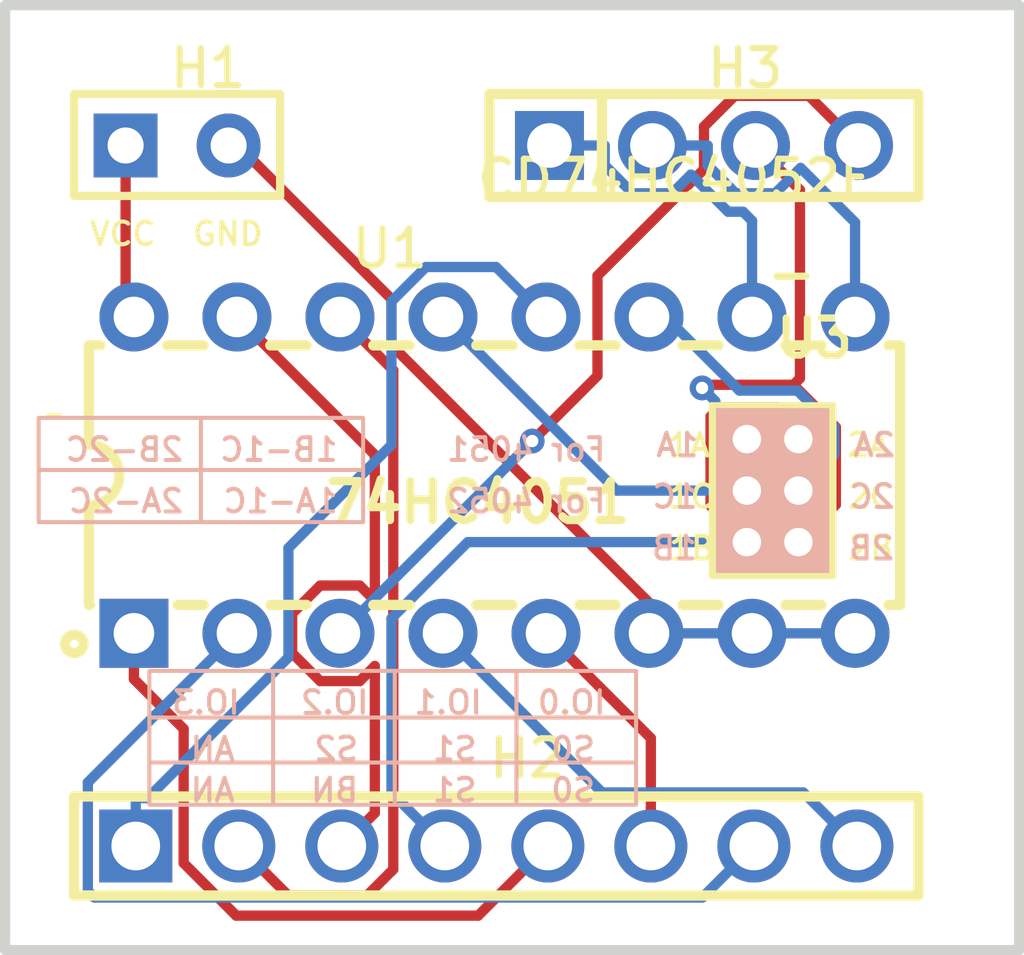
<source format=kicad_pcb>
(kicad_pcb (version 20241229) (generator "pcbnew") (generator_version "9.0")
  (layers (0 "F.Cu" signal "TopLayer") (2 "B.Cu" signal "BottomLayer") (13 "F.Paste" user "TopPasteMaskLayer") (15 "B.Paste" user "BottomPasteMaskLayer") (5 "F.SilkS" user "TopSilkLayer") (7 "B.SilkS" user "BottomSilkLayer") (1 "F.Mask" user "TopSolderMaskLayer") (3 "B.Mask" user "BottomSolderMaskLayer") (25 "Edge.Cuts" user "BoardOutLine"))
  (net 0 "")
  (net 1 "A1Y3")
  (net 2 "IO_0")
  (net 3 "IO_1")
  (net 4 "A1Y0")
  (net 5 "A2Y2")
  (net 6 "A2Y3")
  (net 7 "IO_3")
  (net 8 "SW2C")
  (net 9 "SW1C")
  (net 10 "GND")
  (net 11 "IO_2")
  (net 12 "A2Y0")
  (net 13 "VCC")
  (net 14 "A1Y1")
  (net 15 "A1Y2")
  (net 16 "A2Y1")
  (footprint "BackupProjects_akowalczyk1022_personal_1_20251121:PDIP-16_L19.7-W6.6-P2.54-LS7.8-BL" (layer "F.Cu") (at 152.065 108.288)
    (property "Reference" "U1" (at -3.601 -6.1214 0) (layer "F.SilkS") (effects (font (size 0.9144 0.9144) (thickness 0.1524)) (justify left top)))
    (property "Value" "CD74HC4052E" (at -0.508 -7.8364 0) (layer "F.SilkS") (effects (font (size 0.9144 0.9144) (thickness 0.1524)) (justify left top)))
    (fp_line (start -10 -3.2) (end -10 -0.75) (stroke (width 0.254)) (layer "F.SilkS"))
    (fp_line (start -10 -3.2) (end -9.7131 -3.2) (stroke (width 0.254)) (layer "F.SilkS"))
    (fp_line (start -10 3.2) (end -10 0.75) (stroke (width 0.254)) (layer "F.SilkS"))
    (fp_line (start -10 3.2) (end -9.9711 3.2) (stroke (width 0.254)) (layer "F.SilkS"))
    (fp_line (start -8.0669 -3.2) (end -7.1731 -3.2) (stroke (width 0.254)) (layer "F.SilkS"))
    (fp_line (start -7.8088 3.2) (end -7.1731 3.2) (stroke (width 0.254)) (layer "F.SilkS"))
    (fp_line (start -5.5269 -3.2) (end -4.6331 -3.2) (stroke (width 0.254)) (layer "F.SilkS"))
    (fp_line (start -5.5269 3.2) (end -4.6331 3.2) (stroke (width 0.254)) (layer "F.SilkS"))
    (fp_line (start -2.9869 -3.2) (end -2.0931 -3.2) (stroke (width 0.254)) (layer "F.SilkS"))
    (fp_line (start -2.9869 3.2) (end -2.0931 3.2) (stroke (width 0.254)) (layer "F.SilkS"))
    (fp_line (start -0.4469 -3.2) (end 0.4469 -3.2) (stroke (width 0.254)) (layer "F.SilkS"))
    (fp_line (start -0.4469 3.2) (end 0.4469 3.2) (stroke (width 0.254)) (layer "F.SilkS"))
    (fp_line (start 2.0931 -3.2) (end 2.9869 -3.2) (stroke (width 0.254)) (layer "F.SilkS"))
    (fp_line (start 2.0931 3.2) (end 2.9869 3.2) (stroke (width 0.254)) (layer "F.SilkS"))
    (fp_line (start 4.6331 -3.2) (end 5.5269 -3.2) (stroke (width 0.254)) (layer "F.SilkS"))
    (fp_line (start 4.6331 3.2) (end 5.5269 3.2) (stroke (width 0.254)) (layer "F.SilkS"))
    (fp_line (start 7.1731 -3.2) (end 8.0669 -3.2) (stroke (width 0.254)) (layer "F.SilkS"))
    (fp_line (start 7.1731 3.2) (end 8.0669 3.2) (stroke (width 0.254)) (layer "F.SilkS"))
    (fp_line (start 9.7131 -3.2) (end 10 -3.2) (stroke (width 0.254)) (layer "F.SilkS"))
    (fp_line (start 9.7131 3.2) (end 10 3.2) (stroke (width 0.254)) (layer "F.SilkS"))
    (fp_line (start 10 -3.2) (end 10 3.2) (stroke (width 0.254)) (layer "F.SilkS"))
    (fp_arc (start -10 -0.75) (mid -9.2506 -0.0006) (end -10 0.7488) (stroke (width 0.254)) (layer "F.SilkS"))
    (fp_circle (center -10.3599 4.16) (end -10.2598 4.16) (stroke (width 0.254)) (fill no) (layer "F.SilkS"))
    (pad "1" thru_hole rect (at -8.89 3.8999 90) (size 1.7 1.7) (drill 1) (layers "*.Cu" "*.Mask") (net 12 "A2Y0"))
    (pad "2" thru_hole oval (at -6.35 3.8999 90) (size 1.7 1.7) (drill 1) (layers "*.Cu" "*.Mask") (net 5 "A2Y2"))
    (pad "3" thru_hole oval (at -3.81 3.8999 90) (size 1.7 1.7) (drill 1) (layers "*.Cu" "*.Mask") (net 7 "IO_3"))
    (pad "4" thru_hole oval (at -1.27 3.8999 90) (size 1.7 1.7) (drill 1) (layers "*.Cu" "*.Mask") (net 6 "A2Y3"))
    (pad "5" thru_hole oval (at 1.27 3.8999 90) (size 1.7 1.7) (drill 1) (layers "*.Cu" "*.Mask") (net 16 "A2Y1"))
    (pad "6" thru_hole oval (at 3.81 3.8999 90) (size 1.7 1.7) (drill 1) (layers "*.Cu" "*.Mask") (net 10 "GND"))
    (pad "7" thru_hole oval (at 6.35 3.8999 90) (size 1.7 1.7) (drill 1) (layers "*.Cu" "*.Mask") (net 10 "GND"))
    (pad "8" thru_hole oval (at 8.89 3.8999 90) (size 1.7 1.7) (drill 1) (layers "*.Cu" "*.Mask") (net 10 "GND"))
    (pad "9" thru_hole oval (at 8.89 -3.8999 90) (size 1.7 1.7) (drill 1) (layers "*.Cu" "*.Mask") (net 3 "IO_1"))
    (pad "10" thru_hole oval (at 6.35 -3.8999 90) (size 1.7 1.7) (drill 1) (layers "*.Cu" "*.Mask") (net 2 "IO_0"))
    (pad "11" thru_hole oval (at 3.81 -3.8999 90) (size 1.7 1.7) (drill 1) (layers "*.Cu" "*.Mask") (net 8 "SW2C"))
    (pad "12" thru_hole oval (at 1.27 -3.8999 90) (size 1.7 1.7) (drill 1) (layers "*.Cu" "*.Mask") (net 4 "A1Y0"))
    (pad "13" thru_hole oval (at -1.27 -3.8999 90) (size 1.7 1.7) (drill 1) (layers "*.Cu" "*.Mask") (net 9 "SW1C"))
    (pad "14" thru_hole oval (at -3.81 -3.8999 90) (size 1.7 1.7) (drill 1) (layers "*.Cu" "*.Mask") (net 14 "A1Y1"))
    (pad "15" thru_hole oval (at -6.35 -3.8999 90) (size 1.7 1.7) (drill 1) (layers "*.Cu" "*.Mask") (net 15 "A1Y2"))
    (pad "16" thru_hole oval (at -8.89 -3.8999 90) (size 1.7 1.7) (drill 1) (layers "*.Cu" "*.Mask") (net 13 "VCC"))
  )
  (footprint "" (layer "F.Cu") (at 160.1681 107.4572)
    (property "Reference" "U3" (at -1.2454 -3.0775 0) (layer "F.SilkS") (effects (font (size 0.9144 0.9144) (thickness 0.1778)) (justify left top)))
    (property "Value" "_" (at -1.2454 -5.1095 0) (layer "F.SilkS") (effects (font (size 0.9144 0.9144) (thickness 0.1778)) (justify left top)))
    (fp_line (start -2.7452 -0.8931) (end 0.2548 -0.8931) (stroke (width 0.15)) (layer "F.SilkS"))
    (fp_line (start -2.7452 3.317) (end -2.7452 -0.8931) (stroke (width 0.15)) (layer "F.SilkS"))
    (fp_line (start 0.2548 -0.8931) (end 0.2548 3.317) (stroke (width 0.15)) (layer "F.SilkS"))
    (fp_line (start 0.2548 3.317) (end -2.7452 3.317) (stroke (width 0.15)) (layer "F.SilkS"))
    (pad "1" thru_hole rect (at -1.8801 -0.0582 270) (size 1 1) (drill 0.7) (layers "*.Cu" "*.Mask") (net 11 "IO_2"))
    (pad "2" thru_hole oval (at -0.6099 -0.0582 270) (size 1 1) (drill 0.7) (layers "*.Cu" "*.Mask") (net 1 "A1Y3"))
    (pad "3" thru_hole oval (at -1.8799 1.2118 270) (size 1 1) (drill 0.7) (layers "*.Cu" "*.Mask") (net 9 "SW1C"))
    (pad "4" thru_hole oval (at -0.6099 1.2118 270) (size 1 1) (drill 0.7) (layers "*.Cu" "*.Mask") (net 8 "SW2C"))
    (pad "5" thru_hole oval (at -1.8799 2.4818 270) (size 1 1) (drill 0.7) (layers "*.Cu" "*.Mask") (net 1 "A1Y3"))
    (pad "6" thru_hole oval (at -0.6099 2.4818 270) (size 1 1) (drill 0.7) (layers "*.Cu" "*.Mask") (net 11 "IO_2"))
  )
  (footprint "BackupProjects_akowalczyk1022_personal_1_20251121:HDR-TH_4P-P2.54-V-F" (layer "F.Cu") (at 157.23 100.16)
    (property "Reference" "H3" (at 0.0001 -2.4384 0) (layer "F.SilkS") (effects (font (size 0.9144 0.9144) (thickness 0.1524)) (justify left top)))
    (property "Value" "2.54-1*4P母" (hide yes))
    (fp_line (start -5.29 -1.27) (end -5.29 1.27) (stroke (width 0.254)) (layer "F.SilkS"))
    (fp_line (start -5.29 -1.27) (end 5.29 -1.27) (stroke (width 0.254)) (layer "F.SilkS"))
    (fp_line (start -5.29 1.27) (end 5.29 1.27) (stroke (width 0.254)) (layer "F.SilkS"))
    (fp_line (start -2.5165 -1.27) (end -2.5165 1.27) (stroke (width 0.254)) (layer "F.SilkS"))
    (fp_line (start 5.29 -1.27) (end 5.29 1.27) (stroke (width 0.254)) (layer "F.SilkS"))
    (pad "1" thru_hole rect (at -3.8099 0) (size 1.7 1.7) (drill 1.1) (layers "*.Cu" "*.Mask") (net 2 "IO_0"))
    (pad "2" thru_hole oval (at -1.2699 0) (size 1.7 1.7) (drill 1.1) (layers "*.Cu" "*.Mask") (net 3 "IO_1"))
    (pad "3" thru_hole oval (at 1.2701 0) (size 1.7 1.7) (drill 1.1) (layers "*.Cu" "*.Mask") (net 11 "IO_2"))
    (pad "4" thru_hole oval (at 3.8101 0) (size 1.7 1.7) (drill 1.1) (layers "*.Cu" "*.Mask") (net 7 "IO_3"))
  )
  (footprint "BackupProjects_akowalczyk1022_personal_1_20251121:HDR-F-2.54_1X2" (layer "F.Cu") (at 144.24 100.16)
    (property "Reference" "H1" (at -0.254 -2.4384 0) (layer "F.SilkS") (effects (font (size 0.9144 0.9144) (thickness 0.1524)) (justify left top)))
    (property "Value" "HDR-F-2.54_1x2" (hide yes))
    (fp_line (start -2.54 -1.27) (end 2.54 -1.27) (stroke (width 0.2032)) (layer "F.SilkS"))
    (fp_line (start -2.54 1.2446) (end -2.54 -1.27) (stroke (width 0.2032)) (layer "F.SilkS"))
    (fp_line (start 2.54 -1.27) (end 2.54 1.2446) (stroke (width 0.2032)) (layer "F.SilkS"))
    (fp_line (start 2.54 1.2446) (end -2.54 1.2446) (stroke (width 0.2032)) (layer "F.SilkS"))
    (pad "1" thru_hole rect (at -1.27 0 270) (size 1.5748 1.5748) (drill 0.889) (layers "*.Cu" "*.Mask") (net 13 "VCC"))
    (pad "2" thru_hole oval (at 1.27 0 270) (size 1.5748 1.5748) (drill 0.889) (layers "*.Cu" "*.Mask") (net 10 "GND"))
  )
  (footprint "BackupProjects_akowalczyk1022_personal_1_20251121:HDR-TH_8P-P2.54-V-F-1" (layer "F.Cu") (at 152.11 117.432)
    (property "Reference" "H2" (at -0.254 -2.6924 0) (layer "F.SilkS") (effects (font (size 0.9144 0.9144) (thickness 0.1524)) (justify left top)))
    (property "Value" "Header-Female-2.54_1x8" (hide yes))
    (fp_line (start -10.41 -1.22) (end 10.41 -1.22) (stroke (width 0.254)) (layer "F.SilkS"))
    (fp_line (start -10.41 1.22) (end -10.41 -1.22) (stroke (width 0.254)) (layer "F.SilkS"))
    (fp_line (start 10.41 -1.22) (end 10.41 1.22) (stroke (width 0.254)) (layer "F.SilkS"))
    (fp_line (start 10.41 1.22) (end -10.41 1.22) (stroke (width 0.254)) (layer "F.SilkS"))
    (pad "1" thru_hole rect (at -8.89 0) (size 1.8 1.8) (drill 1.2) (layers "*.Cu" "*.Mask") (net 4 "A1Y0"))
    (pad "2" thru_hole oval (at -6.35 0) (size 1.8 1.8) (drill 1.2) (layers "*.Cu" "*.Mask") (net 14 "A1Y1"))
    (pad "3" thru_hole oval (at -3.81 0) (size 1.8 1.8) (drill 1.2) (layers "*.Cu" "*.Mask") (net 15 "A1Y2"))
    (pad "4" thru_hole oval (at -1.27 0) (size 1.8 1.8) (drill 1.2) (layers "*.Cu" "*.Mask") (net 1 "A1Y3"))
    (pad "5" thru_hole oval (at 1.27 0) (size 1.8 1.8) (drill 1.2) (layers "*.Cu" "*.Mask") (net 12 "A2Y0"))
    (pad "6" thru_hole oval (at 3.81 0) (size 1.8 1.8) (drill 1.2) (layers "*.Cu" "*.Mask") (net 16 "A2Y1"))
    (pad "7" thru_hole oval (at 6.35 0) (size 1.8 1.8) (drill 1.2) (layers "*.Cu" "*.Mask") (net 5 "A2Y2"))
    (pad "8" thru_hole oval (at 8.89 0) (size 1.8 1.8) (drill 1.2) (layers "*.Cu" "*.Mask") (net 6 "A2Y3"))
  )
  (gr_rect (start 157.399 106.637) (end 160.447 110.701) (fill yes) (layer "F.SilkS"))
  (gr_rect (start 141.016 106.764) (end 141.397 106.891) (fill yes) (layer "F.SilkS"))
  (gr_rect (start 143.556 113.115) (end 155.556 116.415) (stroke (width 0.1)) (fill no) (layer "B.SilkS"))
  (gr_rect (start 152.556 113.115) (end 152.6561 116.415) (fill yes) (layer "B.SilkS"))
  (gr_rect (start 144.776 106.9111) (end 144.8761 109.4112) (fill yes) (layer "B.SilkS"))
  (gr_rect (start 157.526 106.637) (end 160.32 110.701) (fill yes) (layer "B.SilkS"))
  (gr_rect (start 143.556 114.2141) (end 155.556 114.3142) (fill yes) (layer "B.SilkS"))
  (gr_rect (start 143.556 115.3241) (end 155.556 115.4242) (fill yes) (layer "B.SilkS"))
  (gr_rect (start 140.826 106.876) (end 148.826 109.446) (stroke (width 0.1)) (fill no) (layer "B.SilkS"))
  (gr_rect (start 140.826 108.111) (end 148.826 108.2111) (fill yes) (layer "B.SilkS"))
  (gr_rect (start 149.556 113.115) (end 149.6561 116.415) (fill yes) (layer "B.SilkS"))
  (gr_rect (start 146.556 113.115) (end 146.6561 116.415) (fill yes) (layer "B.SilkS"))
  (gr_line (start 140 96.7) (end 165 96.7) (stroke (width 0.254)) (layer "Edge.Cuts"))
  (gr_line (start 165 120) (end 140 120) (stroke (width 0.254)) (layer "Edge.Cuts"))
  (gr_line (start 165 96.7) (end 165 120) (stroke (width 0.254)) (layer "Edge.Cuts"))
  (gr_line (start 140 120) (end 140 96.7) (stroke (width 0.254)) (layer "Edge.Cuts"))
  (gr_text "1A" (at 156.2878 107.22 0) (layer "F.SilkS") (effects (font (size 0.56 0.56) (thickness 0.1)) (justify left top)))
  (gr_text "1C" (at 156.3043 108.49 0) (layer "F.SilkS") (effects (font (size 0.56 0.56) (thickness 0.1)) (justify left top)))
  (gr_text "2A" (at 160.701 107.22 0) (layer "F.SilkS") (effects (font (size 0.56 0.56) (thickness 0.1)) (justify left top)))
  (gr_text "74HC4051" (at 147.8 108.4 0) (layer "F.SilkS") (effects (font (size 0.96 0.96) (thickness 0.2032)) (justify left top)))
  (gr_text "2B" (at 160.7315 109.76 0) (layer "F.SilkS") (effects (font (size 0.56 0.56) (thickness 0.1)) (justify left top)))
  (gr_text "GND" (at 144.572 102.013 0) (layer "F.SilkS") (effects (font (size 0.56 0.56) (thickness 0.1)) (justify left top)))
  (gr_text "VCC" (at 142.032 102.013 0) (layer "F.SilkS") (effects (font (size 0.56 0.56) (thickness 0.1)) (justify left top)))
  (gr_text "1B" (at 156.3195 109.76 0) (layer "F.SilkS") (effects (font (size 0.56 0.56) (thickness 0.1)) (justify left top)))
  (gr_text "2C" (at 160.7175 108.49 0) (layer "F.SilkS") (effects (font (size 0.56 0.56) (thickness 0.1)) (justify left top)))
  (gr_text "2A" (at 162.0028 107.22 0) (layer "B.SilkS") (effects (font (size 0.56 0.56) (thickness 0.1)) (justify left top mirror)))
  (gr_text "1B-1C" (at 148.2555 107.332 0) (layer "B.SilkS") (effects (font (size 0.56 0.56) (thickness 0.1)) (justify left top mirror)))
  (gr_text "BN" (at 148.763 115.729 0) (layer "B.SilkS") (effects (font (size 0.56 0.56) (thickness 0.1)) (justify left top mirror)))
  (gr_text "For 4051" (at 154.8595 107.332 0) (layer "B.SilkS") (effects (font (size 0.56 0.56) (thickness 0.1)) (justify left top mirror)))
  (gr_text "For 4052" (at 154.8595 108.602 0) (layer "B.SilkS") (effects (font (size 0.56 0.56) (thickness 0.1)) (justify left top mirror)))
  (gr_text "IO.1" (at 151.811 113.57 0) (layer "B.SilkS") (effects (font (size 0.56 0.56) (thickness 0.1)) (justify left top mirror)))
  (gr_text "2A-2C" (at 144.4455 108.602 0) (layer "B.SilkS") (effects (font (size 0.56 0.56) (thickness 0.1)) (justify left top mirror)))
  (gr_text "IO.2" (at 149.017 113.57 0) (layer "B.SilkS") (effects (font (size 0.56 0.56) (thickness 0.1)) (justify left top mirror)))
  (gr_text "1A" (at 157.145 107.22 0) (layer "B.SilkS") (effects (font (size 0.56 0.56) (thickness 0.1)) (justify left top mirror)))
  (gr_text "IO.0" (at 154.859 113.57 0) (layer "B.SilkS") (effects (font (size 0.56 0.56) (thickness 0.1)) (justify left top mirror)))
  (gr_text "AN" (at 145.715 115.729 0) (layer "B.SilkS") (effects (font (size 0.56 0.56) (thickness 0.1)) (justify left top mirror)))
  (gr_text "2B" (at 161.971 109.76 0) (layer "B.SilkS") (effects (font (size 0.56 0.56) (thickness 0.1)) (justify left top mirror)))
  (gr_text "IO.3" (at 145.842 113.57 0) (layer "B.SilkS") (effects (font (size 0.56 0.56) (thickness 0.1)) (justify left top mirror)))
  (gr_text "1B" (at 157.1133 109.76 0) (layer "B.SilkS") (effects (font (size 0.56 0.56) (thickness 0.1)) (justify left top mirror)))
  (gr_text "1C" (at 157.1285 108.49 0) (layer "B.SilkS") (effects (font (size 0.56 0.56) (thickness 0.1)) (justify left top mirror)))
  (gr_text "1A-1C" (at 148.2555 108.602 0) (layer "B.SilkS") (effects (font (size 0.56 0.56) (thickness 0.1)) (justify left top mirror)))
  (gr_text "S0" (at 154.605 115.729 0) (layer "B.SilkS") (effects (font (size 0.56 0.56) (thickness 0.1)) (justify left top mirror)))
  (gr_text "AN" (at 145.715 114.713 0) (layer "B.SilkS") (effects (font (size 0.56 0.56) (thickness 0.1)) (justify left top mirror)))
  (gr_text "2C" (at 161.9867 108.49 0) (layer "B.SilkS") (effects (font (size 0.56 0.56) (thickness 0.1)) (justify left top mirror)))
  (gr_text "2B-2C" (at 144.4455 107.332 0) (layer "B.SilkS") (effects (font (size 0.56 0.56) (thickness 0.1)) (justify left top mirror)))
  (gr_text "S1" (at 151.684 115.729 0) (layer "B.SilkS") (effects (font (size 0.56 0.56) (thickness 0.1)) (justify left top mirror)))
  (gr_text "S0" (at 154.605 114.713 0) (layer "B.SilkS") (effects (font (size 0.56 0.56) (thickness 0.1)) (justify left top mirror)))
  (gr_text "S1" (at 151.684 114.713 0) (layer "B.SilkS") (effects (font (size 0.56 0.56) (thickness 0.1)) (justify left top mirror)))
  (gr_text "S2" (at 148.763 114.713 0) (layer "B.SilkS") (effects (font (size 0.56 0.56) (thickness 0.1)) (justify left top mirror)))
  (segment (start 157.3916 109.0424) (end 157.3916 106.843) (width 0.254) (layer "F.Cu") (net 1))
  (segment (start 159.5583 107.1328) (end 159.5583 107.399) (width 0.254) (layer "F.Cu") (net 1))
  (segment (start 157.6164 106.6182) (end 159.0436 106.6182) (width 0.254) (layer "F.Cu") (net 1))
  (segment (start 157.3916 106.843) (end 157.6164 106.6182) (width 0.254) (layer "F.Cu") (net 1))
  (segment (start 158.2883 109.939) (end 157.3916 109.0424) (width 0.254) (layer "F.Cu") (net 1))
  (segment (start 159.0436 106.6182) (end 159.5583 107.1328) (width 0.254) (layer "F.Cu") (net 1))
  (segment (start 150.84 117.432) (end 149.525 116.117) (width 0.254) (layer "B.Cu") (net 1))
  (segment (start 149.525 111.8211) (end 151.4071 109.939) (width 0.254) (layer "B.Cu") (net 1))
  (segment (start 149.525 116.117) (end 149.525 111.8211) (width 0.254) (layer "B.Cu") (net 1))
  (segment (start 151.4071 109.939) (end 158.2883 109.939) (width 0.254) (layer "B.Cu") (net 1))
  (segment (start 156.908366 100.877678) (end 156.448044 101.338) (width 0.254) (layer "B.Cu") (net 2))
  (segment (start 155.472156 101.338) (end 154.7821 100.647944) (width 0.254) (layer "B.Cu") (net 2))
  (segment (start 157.823688 101.793) (end 156.908366 100.877678) (width 0.254) (layer "B.Cu") (net 2))
  (segment (start 154.7821 100.647944) (end 154.7821 100.16) (width 0.254) (layer "B.Cu") (net 2))
  (segment (start 158.415 104.3881) (end 158.415 102.015) (width 0.254) (layer "B.Cu") (net 2))
  (segment (start 158.193 101.793) (end 157.823688 101.793) (width 0.254) (layer "B.Cu") (net 2))
  (segment (start 154.7821 100.16) (end 153.4201 100.16) (width 0.254) (layer "B.Cu") (net 2))
  (segment (start 158.415 102.015) (end 158.193 101.793) (width 0.254) (layer "B.Cu") (net 2))
  (segment (start 156.448044 101.338) (end 155.472156 101.338) (width 0.254) (layer "B.Cu") (net 2))
  (segment (start 160.955 104.3881) (end 160.955 102.055) (width 0.254) (layer "B.Cu") (net 3))
  (segment (start 157.3221 100.16) (end 155.9601 100.16) (width 0.254) (layer "B.Cu") (net 3))
  (segment (start 157.3221 100.647944) (end 157.3221 100.16) (width 0.254) (layer "B.Cu") (net 3))
  (segment (start 160.955 102.055) (end 159.613022 100.713022) (width 0.254) (layer "B.Cu") (net 3))
  (segment (start 159.613022 100.713022) (end 158.988044 101.338) (width 0.254) (layer "B.Cu") (net 3))
  (segment (start 158.012156 101.338) (end 157.3221 100.647944) (width 0.254) (layer "B.Cu") (net 3))
  (segment (start 158.988044 101.338) (end 158.012156 101.338) (width 0.254) (layer "B.Cu") (net 3))
  (segment (start 149.525 104.0063) (end 149.525 107.5435) (width 0.254) (layer "B.Cu") (net 4))
  (segment (start 150.3746 103.1567) (end 149.525 104.0063) (width 0.254) (layer "B.Cu") (net 4))
  (segment (start 152.1036 103.1567) (end 150.3746 103.1567) (width 0.254) (layer "B.Cu") (net 4))
  (segment (start 143.22 117.432) (end 143.22 116.2529) (width 0.254) (layer "B.Cu") (net 4))
  (segment (start 153.335 104.3881) (end 152.1036 103.1567) (width 0.254) (layer "B.Cu") (net 4))
  (segment (start 143.5146 116.2529) (end 143.22 116.2529) (width 0.254) (layer "B.Cu") (net 4))
  (segment (start 146.985 110.0835) (end 146.985 112.7825) (width 0.254) (layer "B.Cu") (net 4))
  (segment (start 149.525 107.5435) (end 146.985 110.0835) (width 0.254) (layer "B.Cu") (net 4))
  (segment (start 146.985 112.7825) (end 143.5146 116.2529) (width 0.254) (layer "B.Cu") (net 4))
  (segment (start 142.0391 118.5389) (end 142.2029 118.7028) (width 0.254) (layer "B.Cu") (net 5))
  (segment (start 157.1892 118.7028) (end 158.46 117.432) (width 0.254) (layer "B.Cu") (net 5))
  (segment (start 145.715 112.1879) (end 142.0391 115.8638) (width 0.254) (layer "B.Cu") (net 5))
  (segment (start 142.0391 115.8638) (end 142.0391 118.5389) (width 0.254) (layer "B.Cu") (net 5))
  (segment (start 142.2029 118.7028) (end 157.1892 118.7028) (width 0.254) (layer "B.Cu") (net 5))
  (segment (start 154.7183 116.1112) (end 159.6792 116.1112) (width 0.254) (layer "B.Cu") (net 6))
  (segment (start 150.795 112.1879) (end 154.7183 116.1112) (width 0.254) (layer "B.Cu") (net 6))
  (segment (start 159.6792 116.1112) (end 161 117.432) (width 0.254) (layer "B.Cu") (net 6))
  (segment (start 154.605 105.8379) (end 152.9954 107.4475) (width 0.254) (layer "F.Cu") (net 7))
  (segment (start 157.987 98.9362) (end 157.2301 99.6931) (width 0.254) (layer "F.Cu") (net 7))
  (segment (start 157.2301 100.7447) (end 154.605 103.3698) (width 0.254) (layer "F.Cu") (net 7))
  (segment (start 154.605 103.3698) (end 154.605 105.8379) (width 0.254) (layer "F.Cu") (net 7))
  (segment (start 161.0401 100.16) (end 159.8163 98.9362) (width 0.254) (layer "F.Cu") (net 7))
  (segment (start 157.2301 99.6931) (end 157.2301 100.7447) (width 0.254) (layer "F.Cu") (net 7))
  (segment (start 159.8163 98.9362) (end 157.987 98.9362) (width 0.254) (layer "F.Cu") (net 7))
  (via (at 152.9954 107.4475) (size 0.61) (drill 0.305) (layers "F.Cu" "B.Cu") (net 7))
  (segment (start 148.255 112.1879) (end 152.9954 107.4475) (width 0.254) (layer "B.Cu") (net 7))
  (segment (start 159.5583 108.669) (end 160.4417 107.7856) (width 0.254) (layer "B.Cu") (net 8))
  (segment (start 158.1049 106.2039) (end 156.289 104.3881) (width 0.254) (layer "B.Cu") (net 8))
  (segment (start 160.4417 107.7856) (end 160.4417 107.1125) (width 0.254) (layer "B.Cu") (net 8))
  (segment (start 156.289 104.3881) (end 155.875 104.3881) (width 0.254) (layer "B.Cu") (net 8))
  (segment (start 160.4417 107.1125) (end 159.5331 106.2039) (width 0.254) (layer "B.Cu") (net 8))
  (segment (start 159.5331 106.2039) (end 158.1049 106.2039) (width 0.254) (layer "B.Cu") (net 8))
  (segment (start 155.0759 108.669) (end 158.2883 108.669) (width 0.254) (layer "B.Cu") (net 9))
  (segment (start 150.795 104.3881) (end 155.0759 108.669) (width 0.254) (layer "B.Cu") (net 9))
  (segment (start 145.7396 100.16) (end 149.525 103.9454) (width 0.254) (layer "F.Cu") (net 10))
  (segment (start 149.525 105.0813) (end 155.875 111.4313) (width 0.254) (layer "F.Cu") (net 10))
  (segment (start 149.525 103.9454) (end 149.525 105.0813) (width 0.254) (layer "F.Cu") (net 10))
  (segment (start 155.875 111.4313) (end 155.875 112.1879) (width 0.254) (layer "F.Cu") (net 10))
  (segment (start 145.51 100.16) (end 145.7396 100.16) (width 0.254) (layer "F.Cu") (net 10))
  (segment (start 155.875 112.1879) (end 158.415 112.1879) (width 0.254) (layer "B.Cu") (net 10))
  (segment (start 160.955 112.1879) (end 158.415 112.1879) (width 0.254) (layer "B.Cu") (net 10))
  (segment (start 159.5964 105.9007) (end 159.4366 106.0604) (width 0.254) (layer "F.Cu") (net 11))
  (segment (start 159.4366 106.0604) (end 157.2608 106.0604) (width 0.254) (layer "F.Cu") (net 11))
  (segment (start 157.2608 106.0604) (end 157.1831 106.1381) (width 0.254) (layer "F.Cu") (net 11))
  (segment (start 158.5001 100.16) (end 159.5964 101.2563) (width 0.254) (layer "F.Cu") (net 11))
  (segment (start 159.4366 106.0604) (end 160.4826 107.1064) (width 0.254) (layer "F.Cu") (net 11))
  (segment (start 159.5964 101.2563) (end 159.5964 105.9007) (width 0.254) (layer "F.Cu") (net 11))
  (segment (start 160.4826 109.0147) (end 159.5583 109.939) (width 0.254) (layer "F.Cu") (net 11))
  (segment (start 160.4826 107.1064) (end 160.4826 109.0147) (width 0.254) (layer "F.Cu") (net 11))
  (via (at 157.1831 106.1381) (size 0.61) (drill 0.305) (layers "F.Cu" "B.Cu") (net 11))
  (segment (start 158.288 107.399) (end 157.509 107.399) (width 0.254) (layer "B.Cu") (net 11))
  (segment (start 157.509 107.399) (end 157.509 106.464) (width 0.254) (layer "B.Cu") (net 11))
  (segment (start 157.509 106.464) (end 157.1831 106.1381) (width 0.254) (layer "B.Cu") (net 11))
  (segment (start 144.4008 117.8529) (end 145.6967 119.1488) (width 0.254) (layer "F.Cu") (net 12))
  (segment (start 151.6632 119.1488) (end 153.38 117.432) (width 0.254) (layer "F.Cu") (net 12))
  (segment (start 144.4008 114.543) (end 144.4008 117.8529) (width 0.254) (layer "F.Cu") (net 12))
  (segment (start 145.6967 119.1488) (end 151.6632 119.1488) (width 0.254) (layer "F.Cu") (net 12))
  (segment (start 143.175 112.1879) (end 143.175 113.3172) (width 0.254) (layer "F.Cu") (net 12))
  (segment (start 143.175 113.3172) (end 144.4008 114.543) (width 0.254) (layer "F.Cu") (net 12))
  (segment (start 143.175 104.3881) (end 142.97 104.1831) (width 0.254) (layer "F.Cu") (net 13))
  (segment (start 142.97 104.1831) (end 142.97 100.16) (width 0.254) (layer "F.Cu") (net 13))
  (segment (start 148.255 104.3881) (end 149.57 105.703) (width 0.254) (layer "F.Cu") (net 14))
  (segment (start 146.9799 118.652) (end 145.76 117.432) (width 0.254) (layer "F.Cu") (net 14))
  (segment (start 148.9253 118.652) (end 146.9799 118.652) (width 0.254) (layer "F.Cu") (net 14))
  (segment (start 149.57 105.703) (end 149.57 118.0073) (width 0.254) (layer "F.Cu") (net 14))
  (segment (start 149.57 118.0073) (end 148.9253 118.652) (width 0.254) (layer "F.Cu") (net 14))
  (segment (start 147.077 112.675844) (end 147.767056 113.3659) (width 0.254) (layer "F.Cu") (net 15))
  (segment (start 148.742944 113.3659) (end 149.115 112.993844) (width 0.254) (layer "F.Cu") (net 15))
  (segment (start 148.742944 111.0099) (end 147.767056 111.0099) (width 0.254) (layer "F.Cu") (net 15))
  (segment (start 147.767056 113.3659) (end 148.742944 113.3659) (width 0.254) (layer "F.Cu") (net 15))
  (segment (start 149.115 107.7881) (end 149.115 111.381956) (width 0.254) (layer "F.Cu") (net 15))
  (segment (start 147.077 111.699956) (end 147.077 112.675844) (width 0.254) (layer "F.Cu") (net 15))
  (segment (start 145.715 104.3881) (end 149.115 107.7881) (width 0.254) (layer "F.Cu") (net 15))
  (segment (start 149.115 111.381956) (end 148.742944 111.0099) (width 0.254) (layer "F.Cu") (net 15))
  (segment (start 149.115 112.993844) (end 149.115 116.617) (width 0.254) (layer "F.Cu") (net 15))
  (segment (start 149.115 116.617) (end 148.3 117.432) (width 0.254) (layer "F.Cu") (net 15))
  (segment (start 147.767056 111.0099) (end 147.077 111.699956) (width 0.254) (layer "F.Cu") (net 15))
  (segment (start 153.335 112.1879) (end 155.92 114.7729) (width 0.254) (layer "F.Cu") (net 16))
  (segment (start 155.92 114.7729) (end 155.92 117.432) (width 0.254) (layer "F.Cu") (net 16))
)
</source>
